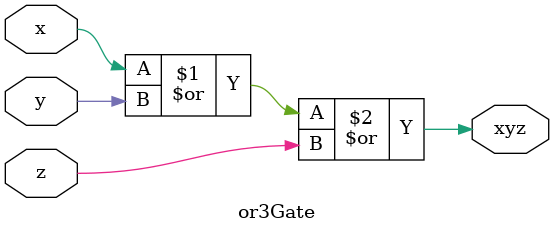
<source format=v>
`timescale 1ns/1ns

module or3Gate(
    output xyz,
    input x,
    input y,
    input z
);
    or #(7ns) (xyz,x,y,z);
endmodule

</source>
